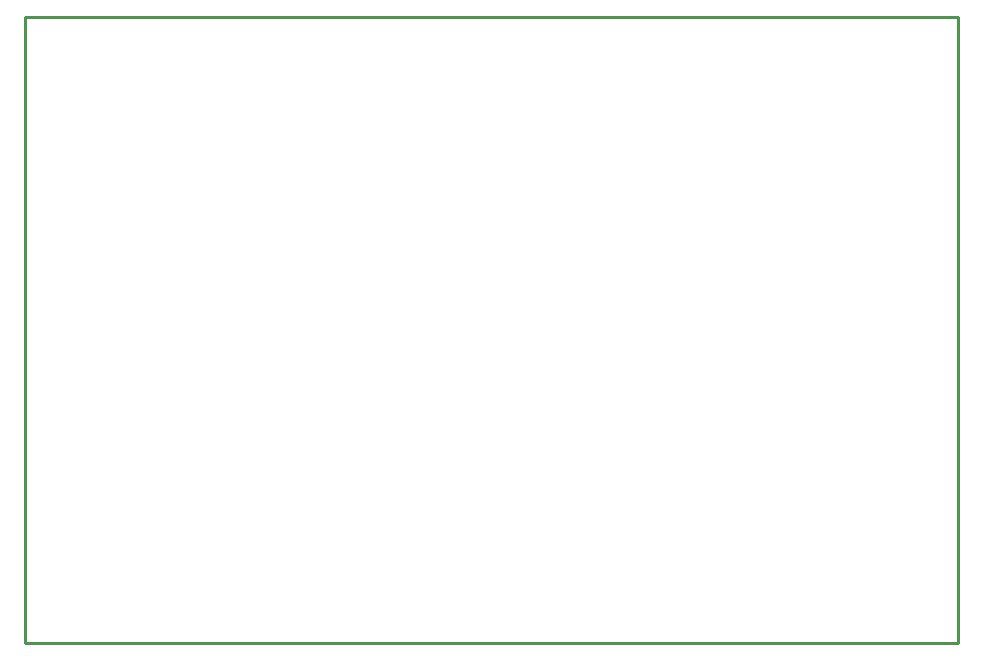
<source format=gbr>
G04 EAGLE Gerber RS-274X export*
G75*
%MOMM*%
%FSLAX34Y34*%
%LPD*%
%IN*%
%IPPOS*%
%AMOC8*
5,1,8,0,0,1.08239X$1,22.5*%
G01*
%ADD10C,0.254000*%


D10*
X90000Y175000D02*
X880000Y175000D01*
X880000Y705000D01*
X90000Y705000D01*
X90000Y175000D01*
M02*

</source>
